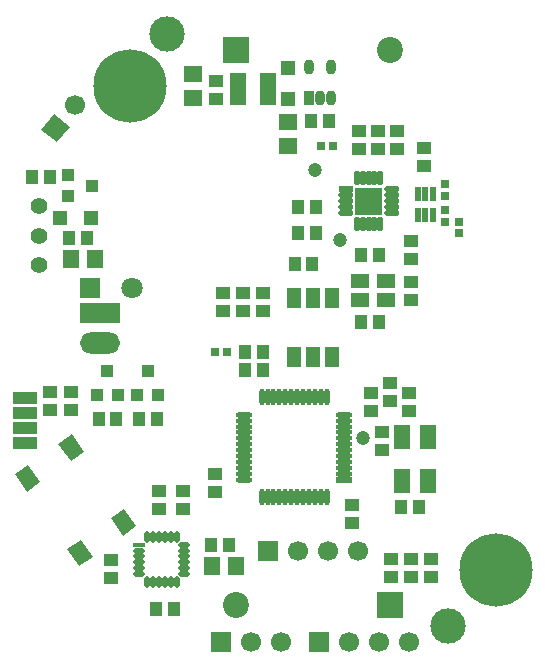
<source format=gts>
G04 #@! TF.FileFunction,Soldermask,Top*
%FSLAX46Y46*%
G04 Gerber Fmt 4.6, Leading zero omitted, Abs format (unit mm)*
G04 Created by KiCad (PCBNEW 4.0.1-stable) date 20.01.2016 16:11:56*
%MOMM*%
G01*
G04 APERTURE LIST*
%ADD10C,0.100000*%
%ADD11C,6.200000*%
%ADD12R,1.300000X1.800000*%
%ADD13R,1.200000X1.100000*%
%ADD14R,1.200760X1.200760*%
%ADD15R,0.835000X1.300000*%
%ADD16O,0.835000X1.300000*%
%ADD17R,1.400000X0.500000*%
%ADD18O,1.400000X0.500000*%
%ADD19O,0.500000X1.400000*%
%ADD20R,1.300000X0.480000*%
%ADD21O,1.300000X0.480000*%
%ADD22O,0.480000X1.300000*%
%ADD23R,1.300000X1.300000*%
%ADD24R,1.114400X1.114400*%
%ADD25C,1.200000*%
%ADD26C,1.700000*%
%ADD27R,1.600000X1.200000*%
%ADD28C,1.400000*%
%ADD29R,1.089000X1.216000*%
%ADD30R,1.216000X1.089000*%
%ADD31R,1.343000X1.597000*%
%ADD32R,1.597000X1.343000*%
%ADD33R,0.800000X0.800000*%
%ADD34R,1.400000X2.800000*%
%ADD35R,1.100000X1.200000*%
%ADD36C,3.000000*%
%ADD37R,1.000000X0.450000*%
%ADD38O,1.000000X0.450000*%
%ADD39O,0.450000X1.000000*%
%ADD40R,2.000860X1.000100*%
%ADD41R,1.398880X2.099920*%
%ADD42R,2.200000X2.200000*%
%ADD43C,2.200000*%
%ADD44R,0.550000X1.200000*%
%ADD45R,1.800000X1.800000*%
%ADD46C,1.800000*%
%ADD47R,1.700000X1.700000*%
%ADD48R,3.400000X1.800000*%
%ADD49O,3.400000X1.800000*%
G04 APERTURE END LIST*
D10*
D11*
X149500000Y-103500000D03*
D12*
X135600000Y-85500000D03*
X134000000Y-85500000D03*
X132400000Y-85500000D03*
X135600000Y-80500000D03*
X134000000Y-80500000D03*
X132400000Y-80500000D03*
D13*
X121000000Y-98350000D03*
X121000000Y-96850000D03*
D14*
X131900000Y-63600480D03*
X131900000Y-60999520D03*
X112599520Y-73700000D03*
X115200480Y-73700000D03*
D15*
X133650000Y-63500000D03*
D16*
X134600000Y-63500000D03*
X135550000Y-63500000D03*
X135550000Y-60900000D03*
X133650000Y-60900000D03*
D17*
X136650000Y-95850000D03*
D18*
X136650000Y-95350000D03*
X136650000Y-94850000D03*
X136650000Y-94350000D03*
X136650000Y-93850000D03*
X136650000Y-93350000D03*
X136650000Y-92850000D03*
X136650000Y-92350000D03*
X136650000Y-91850000D03*
X136650000Y-91350000D03*
X136650000Y-90850000D03*
X136650000Y-90350000D03*
D19*
X135150000Y-88850000D03*
X134650000Y-88850000D03*
X134150000Y-88850000D03*
X133650000Y-88850000D03*
X133150000Y-88850000D03*
X132650000Y-88850000D03*
X132150000Y-88850000D03*
X131650000Y-88850000D03*
X131150000Y-88850000D03*
X130650000Y-88850000D03*
X130150000Y-88850000D03*
X129650000Y-88850000D03*
D18*
X128150000Y-90350000D03*
X128150000Y-90850000D03*
X128150000Y-91350000D03*
X128150000Y-91850000D03*
X128150000Y-92350000D03*
X128150000Y-92850000D03*
X128150000Y-93350000D03*
X128150000Y-93850000D03*
X128150000Y-94350000D03*
X128150000Y-94850000D03*
X128150000Y-95350000D03*
X128150000Y-95850000D03*
D19*
X129650000Y-97350000D03*
X130150000Y-97350000D03*
X130650000Y-97350000D03*
X131150000Y-97350000D03*
X131650000Y-97350000D03*
X132150000Y-97350000D03*
X132650000Y-97350000D03*
X133150000Y-97350000D03*
X133650000Y-97350000D03*
X134150000Y-97350000D03*
X134650000Y-97350000D03*
X135150000Y-97350000D03*
D20*
X136752000Y-71268700D03*
D21*
X136752000Y-71768700D03*
X136752000Y-72268700D03*
X136752000Y-72768700D03*
X136752000Y-73268700D03*
D22*
X137702000Y-74218700D03*
X138202000Y-74218700D03*
X138702000Y-74218700D03*
X139202000Y-74218700D03*
X139702000Y-74218700D03*
D21*
X140652000Y-73268700D03*
X140652000Y-72768700D03*
X140652000Y-72268700D03*
X140652000Y-71768700D03*
X140652000Y-71268700D03*
D22*
X139702000Y-70318700D03*
X139202000Y-70318700D03*
X138702000Y-70318700D03*
X138202000Y-70318700D03*
X137702000Y-70318700D03*
D23*
X138152000Y-71718700D03*
X139252000Y-71718700D03*
X138152000Y-72818700D03*
X139252000Y-72818700D03*
D24*
X113244100Y-71863700D03*
X113244100Y-70085700D03*
X115276100Y-70974700D03*
D25*
X138232000Y-92300000D03*
X136300000Y-75600000D03*
X134200000Y-69600000D03*
D10*
G36*
X112304768Y-67297507D02*
X111002493Y-66204768D01*
X112095232Y-64902493D01*
X113397507Y-65995232D01*
X112304768Y-67297507D01*
X112304768Y-67297507D01*
G37*
D26*
X113832681Y-64154247D03*
D27*
X138002000Y-80668700D03*
X140202000Y-80668700D03*
X140202000Y-79068700D03*
X138002000Y-79068700D03*
D10*
G36*
X110922985Y-96070181D02*
X109777089Y-96872546D01*
X108744537Y-95397909D01*
X109890433Y-94595544D01*
X110922985Y-96070181D01*
X110922985Y-96070181D01*
G37*
G36*
X114626535Y-93476927D02*
X113480639Y-94279292D01*
X112448087Y-92804655D01*
X113593983Y-92002290D01*
X114626535Y-93476927D01*
X114626535Y-93476927D01*
G37*
G36*
X115351913Y-102395345D02*
X114206017Y-103197710D01*
X113173465Y-101723073D01*
X114319361Y-100920708D01*
X115351913Y-102395345D01*
X115351913Y-102395345D01*
G37*
G36*
X119055463Y-99802091D02*
X117909567Y-100604456D01*
X116877015Y-99129819D01*
X118022911Y-98327454D01*
X119055463Y-99802091D01*
X119055463Y-99802091D01*
G37*
D13*
X140600000Y-102550000D03*
X140600000Y-104050000D03*
X142300000Y-102550000D03*
X142300000Y-104050000D03*
X144000000Y-104050000D03*
X144000000Y-102550000D03*
X128100000Y-80050000D03*
X128100000Y-81550000D03*
X126400000Y-80050000D03*
X126400000Y-81550000D03*
X129800000Y-80050000D03*
X129800000Y-81550000D03*
X139502000Y-67818700D03*
X139502000Y-66318700D03*
X123000000Y-96850000D03*
X123000000Y-98350000D03*
D28*
X110800000Y-72700000D03*
X110800000Y-75200000D03*
X110800000Y-77700000D03*
D29*
X128238000Y-86600000D03*
X129762000Y-86600000D03*
D30*
X125700000Y-96862000D03*
X125700000Y-95338000D03*
X137302000Y-98016100D03*
X137302000Y-99540100D03*
X138900000Y-90062000D03*
X138900000Y-88538000D03*
X140500000Y-89162000D03*
X140500000Y-87638000D03*
D31*
X125484000Y-103200000D03*
X127516000Y-103200000D03*
D32*
X123800000Y-63516000D03*
X123800000Y-61484000D03*
X131900000Y-65584000D03*
X131900000Y-67616000D03*
D29*
X138038000Y-82500000D03*
X139562000Y-82500000D03*
D30*
X142302000Y-79106700D03*
X142302000Y-80630700D03*
D29*
X134262000Y-75000000D03*
X132738000Y-75000000D03*
D30*
X141102000Y-67830700D03*
X141102000Y-66306700D03*
X143374000Y-69333700D03*
X143374000Y-67809700D03*
X142300000Y-75638000D03*
X142300000Y-77162000D03*
D29*
X139562000Y-76800000D03*
X138038000Y-76800000D03*
X134262000Y-72800000D03*
X132738000Y-72800000D03*
D30*
X137902000Y-67830700D03*
X137902000Y-66306700D03*
D31*
X113484000Y-77200000D03*
X115516000Y-77200000D03*
D33*
X145200000Y-71800000D03*
X145200000Y-70800000D03*
X146400000Y-74000000D03*
X146400000Y-75000000D03*
D34*
X130150000Y-62800000D03*
X127650000Y-62800000D03*
D33*
X145200000Y-74000000D03*
X145200000Y-73000000D03*
D35*
X110250000Y-70200000D03*
X111750000Y-70200000D03*
D36*
X145400000Y-108200000D03*
X121600000Y-58100000D03*
D30*
X125800000Y-63662000D03*
X125800000Y-62138000D03*
D29*
X128238000Y-85000000D03*
X129762000Y-85000000D03*
X125338000Y-101400000D03*
X126862000Y-101400000D03*
D30*
X142100000Y-90062000D03*
X142100000Y-88538000D03*
D29*
X142962000Y-98200000D03*
X141438000Y-98200000D03*
X122262000Y-106800000D03*
X120738000Y-106800000D03*
D30*
X116900000Y-102638000D03*
X116900000Y-104162000D03*
X111700000Y-89962000D03*
X111700000Y-88438000D03*
D37*
X119300000Y-101350000D03*
D38*
X119300000Y-101850000D03*
X119300000Y-102350000D03*
X119300000Y-102850000D03*
X119300000Y-103350000D03*
X119300000Y-103850000D03*
D39*
X119950000Y-104500000D03*
X120450000Y-104500000D03*
X120950000Y-104500000D03*
X121450000Y-104500000D03*
X121950000Y-104500000D03*
X122450000Y-104500000D03*
D38*
X123100000Y-103850000D03*
X123100000Y-103350000D03*
X123100000Y-102850000D03*
X123100000Y-102350000D03*
X123100000Y-101850000D03*
X123100000Y-101350000D03*
D39*
X122450000Y-100700000D03*
X121950000Y-100700000D03*
X121450000Y-100700000D03*
X120950000Y-100700000D03*
X120450000Y-100700000D03*
X119950000Y-100700000D03*
D11*
X118500000Y-62500000D03*
D33*
X126700000Y-85000000D03*
X125700000Y-85000000D03*
X135700000Y-67600000D03*
X134700000Y-67600000D03*
D40*
X109600000Y-91435000D03*
X109600000Y-92705000D03*
X109600000Y-90165000D03*
X109600000Y-88895000D03*
D24*
X120889000Y-88716000D03*
X119111000Y-88716000D03*
X120000000Y-86684000D03*
D13*
X139800000Y-93350000D03*
X139800000Y-91850000D03*
D35*
X133950000Y-77600000D03*
X132450000Y-77600000D03*
D13*
X113500000Y-88450000D03*
X113500000Y-89950000D03*
D35*
X117350000Y-90700000D03*
X115850000Y-90700000D03*
D41*
X141500180Y-92250880D03*
X141500180Y-95949120D03*
X143699820Y-95949120D03*
X143699820Y-92250880D03*
D42*
X127500000Y-59500000D03*
D43*
X127500000Y-106500000D03*
D42*
X140500000Y-106500000D03*
D43*
X140500000Y-59500000D03*
D44*
X144150000Y-71635700D03*
X143500000Y-71635700D03*
X142850000Y-71635700D03*
X142850000Y-73435700D03*
X143500000Y-73435700D03*
X144150000Y-73435700D03*
D45*
X115150000Y-79600000D03*
D46*
X118650000Y-79600000D03*
D24*
X117489000Y-88716000D03*
X115711000Y-88716000D03*
X116600000Y-86684000D03*
D35*
X120750000Y-90700000D03*
X119250000Y-90700000D03*
D47*
X130190000Y-101900000D03*
D26*
X132730000Y-101900000D03*
X135270000Y-101900000D03*
X137810000Y-101900000D03*
D47*
X126220000Y-109600000D03*
D26*
X128760000Y-109600000D03*
X131300000Y-109600000D03*
D47*
X134480000Y-109600000D03*
D26*
X137020000Y-109600000D03*
X139560000Y-109600000D03*
X142100000Y-109600000D03*
D48*
X115989000Y-81730000D03*
D49*
X115989000Y-84270000D03*
D29*
X113338000Y-75400000D03*
X114862000Y-75400000D03*
D35*
X133850000Y-65500000D03*
X135350000Y-65500000D03*
M02*

</source>
